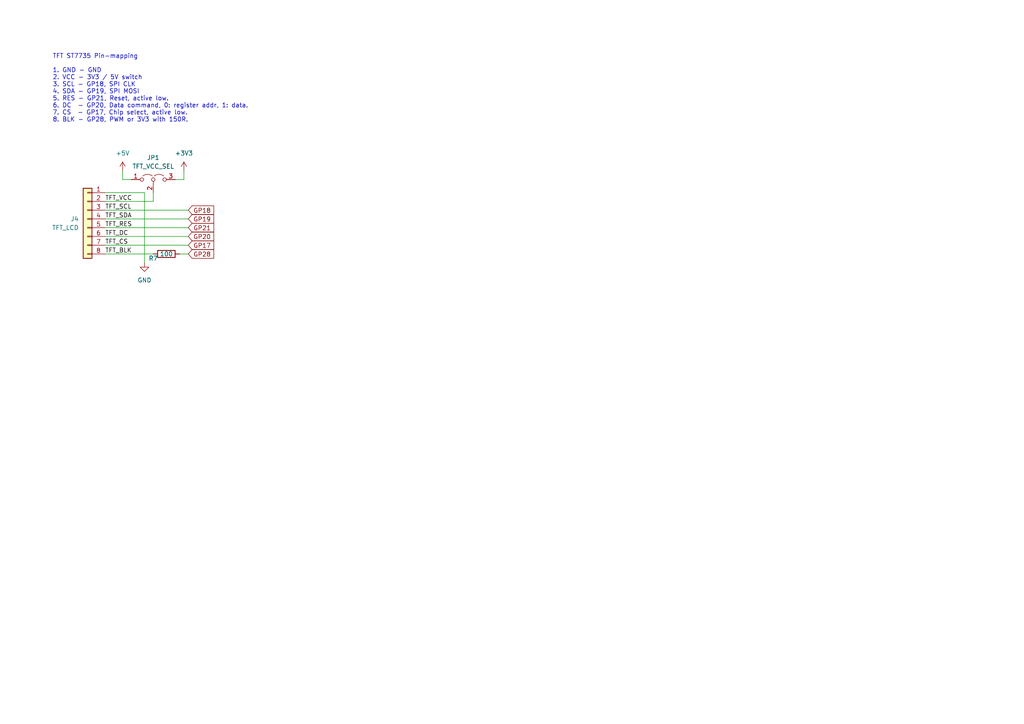
<source format=kicad_sch>
(kicad_sch (version 20230121) (generator eeschema)
  (paper "A4")
  (lib_symbols
    (symbol "Connector_Generic:Conn_01x08" (pin_names (offset 1.016) hide)
      (property "Reference" "J" (at 0 10.16 0))
      (property "Value" "Conn_01x08" (at 0 -12.7 0))
      (symbol "Conn_01x08_1_1"
        (rectangle (start -1.27 -10.033) (end 0 -10.287) (stroke (width 0.1524)))
        (rectangle (start -1.27 -7.493) (end 0 -7.747) (stroke (width 0.1524)))
        (rectangle (start -1.27 -4.953) (end 0 -5.207) (stroke (width 0.1524)))
        (rectangle (start -1.27 -2.413) (end 0 -2.667) (stroke (width 0.1524)))
        (rectangle (start -1.27 0.127) (end 0 -0.127) (stroke (width 0.1524)))
        (rectangle (start -1.27 2.667) (end 0 2.413) (stroke (width 0.1524)))
        (rectangle (start -1.27 5.207) (end 0 4.953) (stroke (width 0.1524)))
        (rectangle (start -1.27 7.747) (end 0 7.493) (stroke (width 0.1524)))
        (rectangle (start -1.27 8.89) (end 1.27 -11.43) (stroke (width 0.254)) (fill (type background)))
        (pin passive line (at -5.08 7.62 0) (length 3.81) (name "Pin_1") (number "1"))
        (pin passive line (at -5.08 5.08 0) (length 3.81) (name "Pin_2") (number "2"))
        (pin passive line (at -5.08 2.54 0) (length 3.81) (name "Pin_3") (number "3"))
        (pin passive line (at -5.08 0 0) (length 3.81) (name "Pin_4") (number "4"))
        (pin passive line (at -5.08 -2.54 0) (length 3.81) (name "Pin_5") (number "5"))
        (pin passive line (at -5.08 -5.08 0) (length 3.81) (name "Pin_6") (number "6"))
        (pin passive line (at -5.08 -7.62 0) (length 3.81) (name "Pin_7") (number "7"))
        (pin passive line (at -5.08 -10.16 0) (length 3.81) (name "Pin_8") (number "8"))
      )
    )
    (symbol "Device:R" (pin_numbers hide) (pin_names (offset 0))
      (property "Reference" "R" (at 2.032 0 90))
      (property "Value" "R" (at 0 0 90))
      (symbol "R_0_1"
        (rectangle (start -1.016 -2.54) (end 1.016 2.54) (stroke (width 0.254)))
      )
      (symbol "R_1_1"
        (pin passive line (at 0 3.81 270) (length 1.27) (name "~") (number "1"))
        (pin passive line (at 0 -3.81 90) (length 1.27) (name "~") (number "2"))
      )
    )
    (symbol "Jumper:Jumper_3_Open" (pin_names (offset 0) hide)
      (property "Reference" "JP" (at -2.54 -2.54 0))
      (property "Value" "Jumper_3_Open" (at 0 2.794 0))
      (symbol "Jumper_3_Open_0_0"
        (circle (center -3.302 0) (radius 0.508))
        (circle (center 0 0) (radius 0.508))
        (circle (center 3.302 0) (radius 0.508))
      )
      (symbol "Jumper_3_Open_0_1"
        (arc (start -0.254 1.016) (mid -1.651 1.4992) (end -3.048 1.016))
        (polyline (pts (xy 0 -0.508) (xy 0 -1.27)))
        (arc (start 3.048 1.016) (mid 1.651 1.4992) (end 0.254 1.016))
      )
      (symbol "Jumper_3_Open_1_1"
        (pin passive line (at -6.35 0 0) (length 2.54) (name "A") (number "1"))
        (pin passive line (at 0 -3.81 90) (length 2.54) (name "C") (number "2"))
        (pin passive line (at 6.35 0 180) (length 2.54) (name "B") (number "3"))
      )
    )
    (symbol "power:+3V3" (power) (pin_names (offset 0))
      (property "Value" "+3V3" (at 0 3.556 0))
      (symbol "+3V3_0_1"
        (polyline (pts (xy -0.762 1.27) (xy 0 2.54)))
        (polyline (pts (xy 0 0) (xy 0 2.54)))
        (polyline (pts (xy 0 2.54) (xy 0.762 1.27)))
      )
      (symbol "+3V3_1_1"
        (pin power_in line (at 0 0 90) (length 0) hide (name "+3V3") (number "1"))
      )
    )
    (symbol "power:+5V" (power) (pin_names (offset 0))
      (property "Value" "+5V" (at 0 3.556 0))
      (symbol "+5V_0_1"
        (polyline (pts (xy -0.762 1.27) (xy 0 2.54)))
        (polyline (pts (xy 0 0) (xy 0 2.54)))
        (polyline (pts (xy 0 2.54) (xy 0.762 1.27)))
      )
      (symbol "+5V_1_1"
        (pin power_in line (at 0 0 90) (length 0) hide (name "+5V") (number "1"))
      )
    )
    (symbol "power:GND" (power) (pin_names (offset 0))
      (property "Value" "GND" (at 0 -3.81 0))
      (symbol "GND_0_1"
        (polyline (pts (xy 0 0) (xy 0 -1.27) (xy 1.27 -1.27) (xy 0 -2.54) (xy -1.27 -1.27) (xy 0 -1.27)))
      )
      (symbol "GND_1_1"
        (pin power_in line (at 0 0 270) (length 0) hide (name "GND") (number "1"))
      )
    )
  )
  (wire (pts (xy 53.34 52.07) (xy 50.8 52.07)))
  (wire (pts (xy 30.48 66.04) (xy 54.61 66.04)))
  (wire (pts (xy 30.48 68.58) (xy 54.61 68.58)))
  (wire (pts (xy 41.91 76.2) (xy 41.91 55.88)))
  (wire (pts (xy 30.48 73.66) (xy 44.45 73.66)))
  (wire (pts (xy 35.56 52.07) (xy 38.1 52.07)))
  (wire (pts (xy 54.61 60.96) (xy 30.48 60.96)))
  (wire (pts (xy 30.48 71.12) (xy 54.61 71.12)))
  (wire (pts (xy 30.48 58.42) (xy 44.45 58.42)))
  (wire (pts (xy 54.61 63.5) (xy 30.48 63.5)))
  (wire (pts (xy 35.56 49.53) (xy 35.56 52.07)))
  (wire (pts (xy 53.34 49.53) (xy 53.34 52.07)))
  (wire (pts (xy 44.45 55.88) (xy 44.45 58.42)))
  (wire (pts (xy 52.07 73.66) (xy 54.61 73.66)))
  (wire (pts (xy 41.91 55.88) (xy 30.48 55.88)))
  (text "TFT ST7735 Pin-mapping\n\n1. GND - GND\n2. VCC - 3V3 / 5V switch\n3. SCL - GP18, SPI CLK\n4. SDA - GP19, SPI MOSI\n5. RES - GP21, Reset, active low.\n6. DC  - GP20, Data command, 0: register addr, 1: data.\n7. CS  - GP17, Chip select, active low.\n8. BLK - GP28, PWM or 3V3 with 150R." (at 15.24 35.56 0) (effects (font (size 1.27 1.27)) (justify left bottom)))
  (label "TFT_BLK" (at 30.48 73.66 0))
  (label "TFT_CS" (at 30.48 71.12 0))
  (label "TFT_SDA" (at 30.48 63.5 0))
  (label "TFT_DC" (at 30.48 68.58 0))
  (label "TFT_VCC" (at 30.48 58.42 0))
  (label "TFT_SCL" (at 30.48 60.96 0))
  (label "TFT_RES" (at 30.48 66.04 0))
  (global_label "GP21" (shape input) (at 54.61 66.04 0) (property "Intersheetrefs" "${INTERSHEET_REFS}" (effects hide)))
  (global_label "GP17" (shape input) (at 54.61 71.12 0) (property "Intersheetrefs" "${INTERSHEET_REFS}" (effects hide)))
  (global_label "GP19" (shape input) (at 54.61 63.5 0) (property "Intersheetrefs" "${INTERSHEET_REFS}" (effects hide)))
  (global_label "GP20" (shape input) (at 54.61 68.58 0) (property "Intersheetrefs" "${INTERSHEET_REFS}" (effects hide)))
  (global_label "GP28" (shape input) (at 54.61 73.66 0) (property "Intersheetrefs" "${INTERSHEET_REFS}" (effects hide)))
  (global_label "GP18" (shape input) (at 54.61 60.96 0) (property "Intersheetrefs" "${INTERSHEET_REFS}" (effects hide)))
  (symbol (lib_id "power:+5V") (at 35.56 49.53 0) (unit 1)
    (property "Reference" "#PWR012" (effects hide))
    (property "Value" "+5V" (at 35.56 44.45 0))
    (instances (project "RP2040_TB" (path "" (reference "#PWR012") (unit 1))) (project "RP2040_KBD" (path "" (reference "#PWR08") (unit 1)) (path "" (reference "#PWR037") (unit 1))))
  )
  (symbol (lib_id "Device:R") (at 48.26 73.66 90) (mirror x) (unit 1)
    (property "Reference" "R7" (at 44.45 74.93 90))
    (property "Value" "100" (at 48.26 73.66 90))
    (property "Footprint" "Resistor_SMD:R_0603_1608Metric" (effects hide))
    (instances (project "RP2040_TB" (path "" (reference "R7") (unit 1))) (project "RP2040_KBD" (path "" (reference "R9") (unit 1)) (path "" (reference "R19") (unit 1))))
  )
  (symbol (lib_id "Jumper:Jumper_3_Open") (at 44.45 52.07 0) (unit 1)
    (property "Reference" "JP1" (at 44.45 45.72 0))
    (property "Value" "TFT_VCC_SEL" (at 44.45 48.26 0))
    (property "Footprint" "Connector_PinSocket_2.54mm:PinSocket_1x03_P2.54mm_Vertical" (effects hide))
  )
  (symbol (lib_id "power:+3V3") (at 53.34 49.53 0) (unit 1)
    (property "Reference" "#PWR022" (effects hide))
    (property "Value" "+3V3" (at 53.34 44.45 0))
    (instances (project "RP2040_TB" (path "" (reference "#PWR022") (unit 1))) (project "RP2040_KBD" (path "" (reference "#PWR023") (unit 1)) (path "" (reference "#PWR038") (unit 1))))
  )
  (symbol (lib_id "power:GND") (at 41.91 76.2 0) (unit 1)
    (property "Reference" "#PWR010" (effects hide))
    (property "Value" "GND" (at 41.91 81.28 0))
    (instances (project "RP2040_TB" (path "" (reference "#PWR010") (unit 1))) (project "RP2040_KBD" (path "" (reference "#PWR013") (unit 1)) (path "" (reference "#PWR039") (unit 1))))
  )
  (symbol (lib_id "Connector_Generic:Conn_01x08") (at 25.4 63.5 0) (mirror y) (unit 1)
    (property "Reference" "J4" (at 22.86 63.5 0) (effects (justify left)))
    (property "Value" "TFT_LCD" (at 22.86 66.04 0) (effects (justify left)))
    (property "Footprint" "Connector_PinSocket_2.54mm:PinSocket_1x08_P2.54mm_Vertical" (effects hide))
  )
)
</source>
